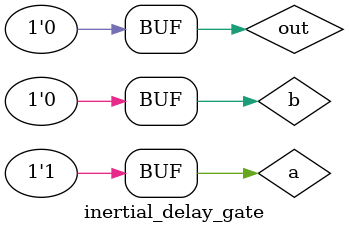
<source format=v>
/*
This Verilog code module is a simple test bench named inertial_delay_gate. This module uses two registers, a and b, to simulate the behavior of an AND gate. The main functionalities are as follows:

Register Declaration: reg a, b; declares two registers, a and b.

AND Gate: and #30(out, a, b); performs a logical AND operation on a and b with a delay of 30 time units.

Initial Block: The initial block defines the changes in the values of a and b over time.

Initially, a and b are set to 0.
After 50 time units, a and b are set to 1.
After another 50 time units, a and b are set back to 0.
After another 50 time units, a and b are set to 1.
After 20 time units, b is set to 0.
Finally, it waits for an additional 50 time units.

This simulation is designed to observe the output of the AND gate as the values of a and b change over time.
*/
module inertial_delay_gate();
    reg a, b;

    and #30(out, a, b);

    initial begin
            a = 1'b0;
            b = 1'b0;
    #50     a = 1'b1;
            b = 1'b1;
    #50     a = 1'b0;
            b = 1'b0;
    #50     a = 1'b1;
            b = 1'b1;
    #20     b = 1'b0;
    #50;
    end
endmodule

</source>
